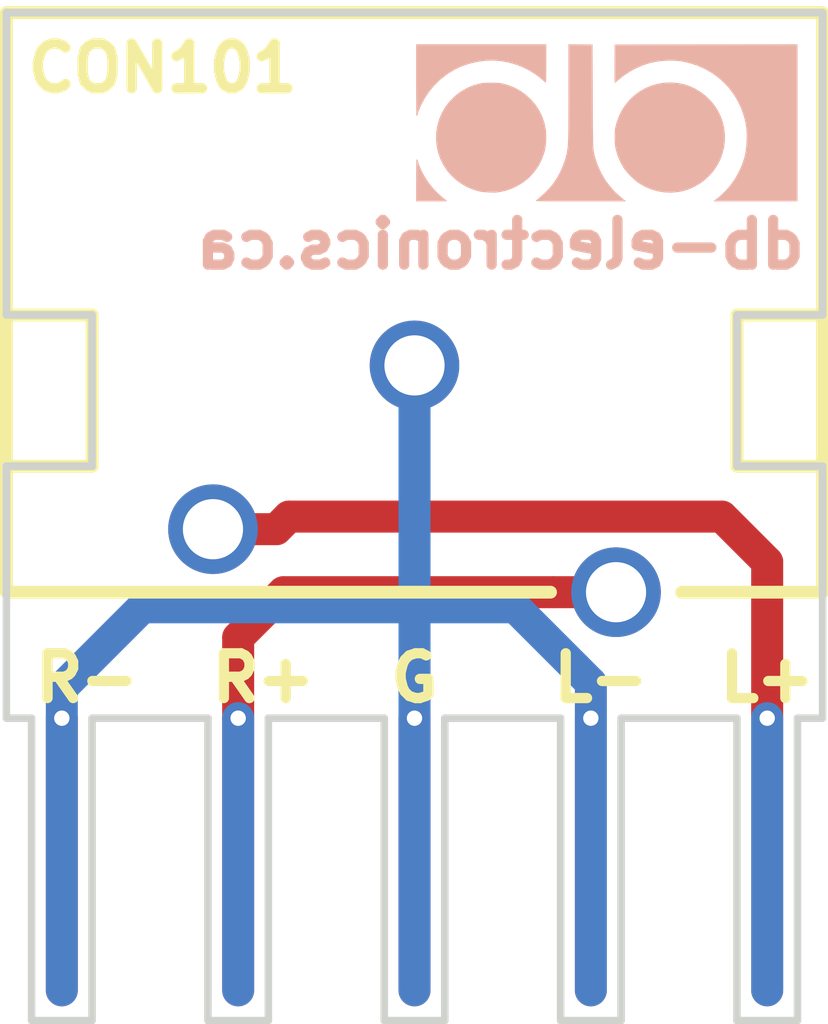
<source format=kicad_pcb>
(kicad_pcb (version 4) (host pcbnew 4.0.7-e2-6376~58~ubuntu16.04.1)

  (general
    (links 0)
    (no_connects 0)
    (area 131.295199 104.0983 148.104801 127.375001)
    (thickness 1.6)
    (drawings 40)
    (tracks 36)
    (zones 0)
    (modules 2)
    (nets 4)
  )

  (page A4)
  (title_block
    (title "Phoenix Connector Audio Adapter")
    (date 2018-03-30)
    (rev 0.1)
    (company "db Electronics")
    (comment 1 "Licensed Under The CERN OHL v.1.2")
    (comment 2 https://github.com/db-electronics/phoenix-audio-adapter-kicad)
  )

  (layers
    (0 F.Cu signal)
    (31 B.Cu signal)
    (32 B.Adhes user)
    (33 F.Adhes user)
    (34 B.Paste user)
    (35 F.Paste user)
    (36 B.SilkS user)
    (37 F.SilkS user)
    (38 B.Mask user)
    (39 F.Mask user)
    (40 Dwgs.User user)
    (41 Cmts.User user)
    (42 Eco1.User user)
    (43 Eco2.User user)
    (44 Edge.Cuts user)
    (45 Margin user)
    (46 B.CrtYd user)
    (47 F.CrtYd user)
    (48 B.Fab user)
    (49 F.Fab user)
  )

  (setup
    (last_trace_width 0.635)
    (trace_clearance 0.1778)
    (zone_clearance 0.508)
    (zone_45_only no)
    (trace_min 0.1778)
    (segment_width 0.2)
    (edge_width 0.15)
    (via_size 0.6096)
    (via_drill 0.3048)
    (via_min_size 0.6096)
    (via_min_drill 0.3048)
    (uvia_size 0.3)
    (uvia_drill 0.1)
    (uvias_allowed no)
    (uvia_min_size 0)
    (uvia_min_drill 0)
    (pcb_text_width 0.3)
    (pcb_text_size 1.5 1.5)
    (mod_edge_width 0.15)
    (mod_text_size 1 1)
    (mod_text_width 0.15)
    (pad_size 1.524 1.524)
    (pad_drill 0.762)
    (pad_to_mask_clearance 0.2)
    (aux_axis_origin 0 0)
    (grid_origin 139.7 114.3)
    (visible_elements FFFFFF7F)
    (pcbplotparams
      (layerselection 0x010f0_80000001)
      (usegerberextensions true)
      (excludeedgelayer true)
      (linewidth 0.100000)
      (plotframeref false)
      (viasonmask false)
      (mode 1)
      (useauxorigin true)
      (hpglpennumber 1)
      (hpglpenspeed 20)
      (hpglpendiameter 15)
      (hpglpenoverlay 2)
      (psnegative false)
      (psa4output false)
      (plotreference true)
      (plotvalue true)
      (plotinvisibletext false)
      (padsonsilk false)
      (subtractmaskfromsilk false)
      (outputformat 1)
      (mirror false)
      (drillshape 0)
      (scaleselection 1)
      (outputdirectory gerbers/0.1/))
  )

  (net 0 "")
  (net 1 GND)
  (net 2 /LEFT)
  (net 3 /RIGHT)

  (net_class Default "This is the default net class."
    (clearance 0.1778)
    (trace_width 0.635)
    (via_dia 0.6096)
    (via_drill 0.3048)
    (uvia_dia 0.3)
    (uvia_drill 0.1)
    (add_net /LEFT)
    (add_net /RIGHT)
    (add_net GND)
  )

  (module db-thparts:RCJ-2223 (layer F.Cu) (tedit 5ABD818D) (tstamp 5ABE594A)
    (at 139.7 107.3)
    (path /5ABE576C)
    (solder_mask_margin 0.1016)
    (fp_text reference CON101 (at -5 1.1) (layer F.SilkS)
      (effects (font (size 0.889 0.889) (thickness 0.2032)))
    )
    (fp_text value RCJ-2223 (at -4.6 -2.3) (layer F.Fab) hide
      (effects (font (size 0.889 0.889) (thickness 0.2032)))
    )
    (fp_line (start 8.1 11.5) (end 5.3 11.5) (layer F.SilkS) (width 0.254))
    (fp_line (start -8.1 11.5) (end 2.7 11.5) (layer F.SilkS) (width 0.254))
    (fp_line (start -6.4 6) (end -6.4 9) (layer F.SilkS) (width 0.254))
    (fp_line (start 6.4 6) (end 6.4 9) (layer F.SilkS) (width 0.254))
    (fp_line (start 8.1 9) (end 6.4 9) (layer F.SilkS) (width 0.254))
    (fp_line (start 8.1 6) (end 6.4 6) (layer F.SilkS) (width 0.254))
    (fp_line (start -8.1 9) (end -6.4 9) (layer F.SilkS) (width 0.254))
    (fp_line (start -8.1 6) (end -6.4 6) (layer F.SilkS) (width 0.254))
    (fp_line (start 8.1 0) (end 8.1 11.5) (layer F.SilkS) (width 0.254))
    (fp_line (start -8.1 0) (end -8.1 11.5) (layer F.SilkS) (width 0.254))
    (fp_line (start -8.1 0) (end 8.1 0) (layer F.SilkS) (width 0.254))
    (pad 1 thru_hole circle (at 0 7) (size 1.778 1.778) (drill 1.1938) (layers *.Cu *.Mask)
      (net 1 GND))
    (pad 2 thru_hole circle (at -4 10.25) (size 1.778 1.778) (drill 1.1938) (layers *.Cu *.Mask)
      (net 2 /LEFT))
    (pad 3 thru_hole circle (at 4 11.5) (size 1.778 1.778) (drill 1.1938) (layers *.Cu *.Mask)
      (net 3 /RIGHT))
  )

  (module db-artwork:db-logo_7.5mm (layer B.Cu) (tedit 0) (tstamp 5ABE6264)
    (at 143.5 109.5 180)
    (fp_text reference G*** (at 0 0 180) (layer B.SilkS) hide
      (effects (font (thickness 0.3)) (justify mirror))
    )
    (fp_text value LOGO (at 0.75 0 180) (layer B.SilkS) hide
      (effects (font (thickness 0.3)) (justify mirror))
    )
    (fp_poly (pts (xy -1.986796 1.564919) (xy -0.176508 1.562746) (xy -0.174265 1.186051) (xy -0.173907 1.107381)
      (xy -0.173788 1.03428) (xy -0.173895 0.968491) (xy -0.174215 0.911756) (xy -0.174736 0.865819)
      (xy -0.175445 0.832421) (xy -0.176328 0.813307) (xy -0.177028 0.809356) (xy -0.185216 0.814732)
      (xy -0.203022 0.829151) (xy -0.227343 0.85005) (xy -0.24158 0.862669) (xy -0.352584 0.951996)
      (xy -0.475603 1.032899) (xy -0.606747 1.103299) (xy -0.742125 1.161115) (xy -0.877849 1.204268)
      (xy -0.882823 1.205555) (xy -0.990833 1.228202) (xy -1.10705 1.243532) (xy -1.226221 1.251272)
      (xy -1.343089 1.251153) (xy -1.452401 1.242903) (xy -1.493864 1.237099) (xy -1.65457 1.202771)
      (xy -1.808228 1.15337) (xy -1.954018 1.089643) (xy -2.091116 1.012333) (xy -2.218701 0.922187)
      (xy -2.335951 0.81995) (xy -2.442044 0.706368) (xy -2.536157 0.582185) (xy -2.61747 0.448147)
      (xy -2.685159 0.305) (xy -2.738403 0.153489) (xy -2.754695 0.093804) (xy -2.772386 0.01705)
      (xy -2.784965 -0.054519) (xy -2.792918 -0.125906) (xy -2.796734 -0.202111) (xy -2.796902 -0.288136)
      (xy -2.795977 -0.329263) (xy -2.788278 -0.45976) (xy -2.772206 -0.579069) (xy -2.746659 -0.691611)
      (xy -2.710534 -0.801809) (xy -2.662729 -0.914085) (xy -2.637043 -0.9666) (xy -2.560425 -1.102283)
      (xy -2.473934 -1.22547) (xy -2.375576 -1.338595) (xy -2.263359 -1.444092) (xy -2.210097 -1.487916)
      (xy -2.142804 -1.54122) (xy -3.797084 -1.54122) (xy -3.797084 1.567091) (xy -1.986796 1.564919)) (layer B.SilkS) (width 0.01))
    (fp_poly (pts (xy 0.740475 0.616678) (xy 0.7405 0.459865) (xy 0.740597 0.319208) (xy 0.740797 0.193639)
      (xy 0.741131 0.082094) (xy 0.74163 -0.016493) (xy 0.742326 -0.103187) (xy 0.74325 -0.179054)
      (xy 0.744434 -0.245159) (xy 0.745909 -0.302569) (xy 0.747705 -0.352348) (xy 0.749855 -0.395562)
      (xy 0.75239 -0.433277) (xy 0.75534 -0.466558) (xy 0.758738 -0.496471) (xy 0.762615 -0.524081)
      (xy 0.767001 -0.550454) (xy 0.771929 -0.576655) (xy 0.776162 -0.597626) (xy 0.808071 -0.720723)
      (xy 0.852772 -0.846031) (xy 0.908262 -0.969321) (xy 0.972537 -1.086363) (xy 1.043594 -1.192926)
      (xy 1.080616 -1.240442) (xy 1.116159 -1.281047) (xy 1.160259 -1.327628) (xy 1.208455 -1.375771)
      (xy 1.256285 -1.421063) (xy 1.29929 -1.459091) (xy 1.313051 -1.47041) (xy 1.341611 -1.4934)
      (xy 1.366071 -1.513323) (xy 1.382514 -1.52698) (xy 1.38593 -1.529937) (xy 1.385551 -1.53179)
      (xy 1.379458 -1.533437) (xy 1.366783 -1.53489) (xy 1.346657 -1.53616) (xy 1.318214 -1.537257)
      (xy 1.280584 -1.538193) (xy 1.232901 -1.53898) (xy 1.174296 -1.539627) (xy 1.103902 -1.540147)
      (xy 1.020851 -1.54055) (xy 0.924275 -1.540847) (xy 0.813306 -1.541051) (xy 0.687076 -1.54117)
      (xy 0.544718 -1.541218) (xy 0.505252 -1.54122) (xy -0.388034 -1.54122) (xy -0.30236 -1.472307)
      (xy -0.182755 -1.365154) (xy -0.075264 -1.246242) (xy 0.019268 -1.11683) (xy 0.099995 -0.978182)
      (xy 0.166073 -0.831558) (xy 0.206973 -0.712218) (xy 0.214978 -0.685563) (xy 0.222158 -0.661645)
      (xy 0.228563 -0.639433) (xy 0.23424 -0.6179) (xy 0.239239 -0.596016) (xy 0.243608 -0.572753)
      (xy 0.247397 -0.547081) (xy 0.250655 -0.517972) (xy 0.25343 -0.484396) (xy 0.255772 -0.445326)
      (xy 0.257728 -0.399731) (xy 0.259349 -0.346584) (xy 0.260682 -0.284854) (xy 0.261777 -0.213514)
      (xy 0.262683 -0.131535) (xy 0.263449 -0.037887) (xy 0.264123 0.068458) (xy 0.264754 0.18853)
      (xy 0.265392 0.323356) (xy 0.266084 0.473967) (xy 0.266384 0.538136) (xy 0.271221 1.562746)
      (xy 0.740475 1.567328) (xy 0.740475 0.616678)) (layer B.SilkS) (width 0.01))
    (fp_poly (pts (xy 3.757476 -0.723184) (xy 3.75868 -0.747021) (xy 3.759771 -0.784754) (xy 3.760725 -0.83472)
      (xy 3.761516 -0.895257) (xy 3.762116 -0.964701) (xy 3.762501 -1.041391) (xy 3.762644 -1.123665)
      (xy 3.762644 -1.54122) (xy 3.461288 -1.54122) (xy 3.391189 -1.54114) (xy 3.326865 -1.540912)
      (xy 3.270265 -1.540556) (xy 3.223337 -1.54009) (xy 3.188029 -1.539532) (xy 3.166291 -1.538903)
      (xy 3.159932 -1.538308) (xy 3.166291 -1.532168) (xy 3.183456 -1.517898) (xy 3.208563 -1.497837)
      (xy 3.229703 -1.481314) (xy 3.334247 -1.391147) (xy 3.432199 -1.288664) (xy 3.521537 -1.176688)
      (xy 3.600238 -1.058041) (xy 3.666277 -0.935547) (xy 3.717631 -0.812028) (xy 3.725048 -0.790243)
      (xy 3.736507 -0.757352) (xy 3.746667 -0.731724) (xy 3.754013 -0.717018) (xy 3.756187 -0.714904)
      (xy 3.757476 -0.723184)) (layer B.SilkS) (width 0.01))
    (fp_poly (pts (xy -1.147395 0.803944) (xy -1.020205 0.782443) (xy -0.897654 0.746492) (xy -0.780832 0.696782)
      (xy -0.670831 0.634005) (xy -0.56874 0.558852) (xy -0.475652 0.472016) (xy -0.392656 0.374189)
      (xy -0.320845 0.266062) (xy -0.261308 0.148327) (xy -0.215136 0.021676) (xy -0.188455 -0.086102)
      (xy -0.182362 -0.13053) (xy -0.178566 -0.187235) (xy -0.177015 -0.251434) (xy -0.177657 -0.318343)
      (xy -0.180439 -0.38318) (xy -0.185309 -0.441163) (xy -0.192214 -0.487508) (xy -0.192898 -0.49078)
      (xy -0.230777 -0.62666) (xy -0.284347 -0.756275) (xy -0.352935 -0.878037) (xy -0.36443 -0.895457)
      (xy -0.399661 -0.942287) (xy -0.445164 -0.994664) (xy -0.496947 -1.048609) (xy -0.551017 -1.100139)
      (xy -0.603383 -1.145274) (xy -0.649266 -1.179508) (xy -0.766511 -1.247912) (xy -0.890454 -1.301484)
      (xy -1.019236 -1.339805) (xy -1.150999 -1.362455) (xy -1.283886 -1.369016) (xy -1.416038 -1.359067)
      (xy -1.433593 -1.356457) (xy -1.527842 -1.337717) (xy -1.616207 -1.311364) (xy -1.705811 -1.27512)
      (xy -1.743559 -1.257361) (xy -1.861062 -1.191109) (xy -1.966944 -1.113195) (xy -2.06088 -1.024901)
      (xy -2.142546 -0.92751) (xy -2.211615 -0.822307) (xy -2.267763 -0.710574) (xy -2.310665 -0.593594)
      (xy -2.339995 -0.472652) (xy -2.355429 -0.34903) (xy -2.356642 -0.224011) (xy -2.343307 -0.098879)
      (xy -2.315102 0.025082) (xy -2.271699 0.14659) (xy -2.212774 0.264362) (xy -2.15259 0.357322)
      (xy -2.071526 0.456049) (xy -1.977971 0.545643) (xy -1.874347 0.624438) (xy -1.763075 0.690769)
      (xy -1.646575 0.74297) (xy -1.545889 0.774822) (xy -1.411328 0.800825) (xy -1.278133 0.810302)
      (xy -1.147395 0.803944)) (layer B.SilkS) (width 0.01))
    (fp_poly (pts (xy 2.33831 0.804099) (xy 2.385779 0.803057) (xy 2.423564 0.800999) (xy 2.455428 0.797611)
      (xy 2.485139 0.792582) (xy 2.516461 0.785597) (xy 2.52278 0.784054) (xy 2.606119 0.761042)
      (xy 2.680428 0.734613) (xy 2.753896 0.701673) (xy 2.791455 0.682542) (xy 2.90587 0.612843)
      (xy 3.009759 0.530206) (xy 3.102247 0.435955) (xy 3.182458 0.331417) (xy 3.249516 0.217916)
      (xy 3.302545 0.096777) (xy 3.340668 -0.030675) (xy 3.363011 -0.163115) (xy 3.365099 -0.185118)
      (xy 3.368258 -0.320962) (xy 3.355016 -0.454169) (xy 3.326002 -0.583426) (xy 3.281845 -0.70742)
      (xy 3.223172 -0.824839) (xy 3.150614 -0.934368) (xy 3.064798 -1.034696) (xy 2.966353 -1.124508)
      (xy 2.887925 -1.181978) (xy 2.779906 -1.246609) (xy 2.670798 -1.2966) (xy 2.555594 -1.33408)
      (xy 2.496949 -1.34819) (xy 2.466507 -1.353062) (xy 2.424391 -1.357498) (xy 2.374767 -1.3613)
      (xy 2.321796 -1.364271) (xy 2.269642 -1.366212) (xy 2.222469 -1.366927) (xy 2.184439 -1.366217)
      (xy 2.161153 -1.364143) (xy 2.141777 -1.36095) (xy 2.111964 -1.356122) (xy 2.079356 -1.350894)
      (xy 1.970166 -1.325786) (xy 1.859608 -1.285879) (xy 1.751068 -1.232923) (xy 1.647934 -1.168669)
      (xy 1.553592 -1.09487) (xy 1.514948 -1.059051) (xy 1.423124 -0.957671) (xy 1.345994 -0.847684)
      (xy 1.283241 -0.728526) (xy 1.234549 -0.599636) (xy 1.21385 -0.52522) (xy 1.2036 -0.471039)
      (xy 1.19591 -0.405212) (xy 1.191017 -0.33316) (xy 1.189164 -0.260301) (xy 1.190588 -0.192053)
      (xy 1.195531 -0.133836) (xy 1.196277 -0.128432) (xy 1.22421 0.007295) (xy 1.267609 0.135709)
      (xy 1.326232 0.256317) (xy 1.39984 0.36863) (xy 1.488194 0.472158) (xy 1.491585 0.475651)
      (xy 1.590058 0.566497) (xy 1.694215 0.642198) (xy 1.806183 0.703977) (xy 1.928086 0.753058)
      (xy 2.021437 0.780767) (xy 2.05554 0.789271) (xy 2.084829 0.795478) (xy 2.113116 0.799743)
      (xy 2.144211 0.802416) (xy 2.181926 0.80385) (xy 2.230072 0.804398) (xy 2.27739 0.804436)
      (xy 2.33831 0.804099)) (layer B.SilkS) (width 0.01))
    (fp_poly (pts (xy 3.762644 0.861017) (xy 3.76259 0.75242) (xy 3.762432 0.648923) (xy 3.762179 0.551799)
      (xy 3.76184 0.46232) (xy 3.761421 0.38176) (xy 3.760933 0.311391) (xy 3.760382 0.252488)
      (xy 3.759777 0.206321) (xy 3.759127 0.174166) (xy 3.75844 0.157294) (xy 3.758069 0.154983)
      (xy 3.751478 0.161684) (xy 3.74971 0.165746) (xy 3.729331 0.223164) (xy 3.712993 0.267768)
      (xy 3.699328 0.303094) (xy 3.686967 0.332677) (xy 3.674541 0.360051) (xy 3.674284 0.360597)
      (xy 3.600053 0.499959) (xy 3.513126 0.630689) (xy 3.415096 0.750687) (xy 3.307559 0.857854)
      (xy 3.27617 0.8851) (xy 3.14623 0.984204) (xy 3.010591 1.067462) (xy 2.868441 1.135205)
      (xy 2.718971 1.187765) (xy 2.561371 1.225474) (xy 2.394833 1.248665) (xy 2.388262 1.24927)
      (xy 2.245841 1.253965) (xy 2.099867 1.243272) (xy 1.952947 1.21788) (xy 1.80769 1.178481)
      (xy 1.666705 1.125765) (xy 1.5326 1.060423) (xy 1.423418 0.993749) (xy 1.384032 0.966022)
      (xy 1.341373 0.93422) (xy 1.299335 0.901413) (xy 1.26181 0.870674) (xy 1.232692 0.845076)
      (xy 1.222644 0.835311) (xy 1.214471 0.826791) (xy 1.207703 0.820488) (xy 1.202207 0.817753)
      (xy 1.197852 0.819936) (xy 1.194506 0.828389) (xy 1.192035 0.844463) (xy 1.190308 0.869508)
      (xy 1.189193 0.904874) (xy 1.188557 0.951915) (xy 1.188268 1.011979) (xy 1.188195 1.086417)
      (xy 1.188203 1.176582) (xy 1.188204 1.187149) (xy 1.188204 1.567051) (xy 3.762644 1.567051)
      (xy 3.762644 0.861017)) (layer B.SilkS) (width 0.01))
  )

  (gr_text db-electronics.ca (at 141.4 111.9) (layer B.SilkS) (tstamp 5ABE627E)
    (effects (font (size 0.889 0.889) (thickness 0.2032)) (justify mirror))
  )
  (gr_text L+ (at 146.7 120.5) (layer F.SilkS) (tstamp 5ABE5D7B)
    (effects (font (size 0.889 0.889) (thickness 0.2032)))
  )
  (gr_text L- (at 143.4 120.5) (layer F.SilkS) (tstamp 5ABE5D6D)
    (effects (font (size 0.889 0.889) (thickness 0.2032)))
  )
  (gr_text G (at 139.7 120.5) (layer F.SilkS) (tstamp 5ABE5D60)
    (effects (font (size 0.889 0.889) (thickness 0.2032)))
  )
  (gr_text R+ (at 136.7 120.5) (layer F.SilkS) (tstamp 5ABE5D50)
    (effects (font (size 0.889 0.889) (thickness 0.2032)))
  )
  (gr_text R- (at 133.2 120.5) (layer F.SilkS)
    (effects (font (size 0.889 0.889) (thickness 0.2032)))
  )
  (gr_line (start 147.3 121.3) (end 147.8 121.3) (layer Edge.Cuts) (width 0.15))
  (gr_line (start 143.8 121.3) (end 146.1 121.3) (layer Edge.Cuts) (width 0.15))
  (gr_line (start 140.3 121.3) (end 142.6 121.3) (layer Edge.Cuts) (width 0.15))
  (gr_line (start 136.8 121.3) (end 139.1 121.3) (layer Edge.Cuts) (width 0.15))
  (gr_line (start 133.3 121.3) (end 135.6 121.3) (layer Edge.Cuts) (width 0.15))
  (gr_line (start 131.6 121.3) (end 132.1 121.3) (layer Edge.Cuts) (width 0.15))
  (gr_line (start 142.6 127.3) (end 143.8 127.3) (layer Edge.Cuts) (width 0.15) (tstamp 5ABE5C7D))
  (gr_line (start 143.8 127.3) (end 143.8 121.3) (layer Edge.Cuts) (width 0.15) (tstamp 5ABE5C7C))
  (gr_line (start 147.3 127.3) (end 147.3 121.3) (layer Edge.Cuts) (width 0.15) (tstamp 5ABE5C7B))
  (gr_line (start 146.1 121.3) (end 146.1 127.3) (layer Edge.Cuts) (width 0.15) (tstamp 5ABE5C7A))
  (gr_line (start 146.1 127.3) (end 147.3 127.3) (layer Edge.Cuts) (width 0.15) (tstamp 5ABE5C79))
  (gr_line (start 142.6 121.3) (end 142.6 127.3) (layer Edge.Cuts) (width 0.15) (tstamp 5ABE5C78))
  (gr_line (start 133.3 127.3) (end 133.3 121.3) (layer Edge.Cuts) (width 0.15) (tstamp 5ABE5B1F))
  (gr_line (start 132.1 127.3) (end 133.3 127.3) (layer Edge.Cuts) (width 0.15) (tstamp 5ABE5B1E))
  (gr_line (start 132.1 121.3) (end 132.1 127.3) (layer Edge.Cuts) (width 0.15) (tstamp 5ABE5B1D))
  (gr_line (start 136.8 127.3) (end 136.8 121.3) (layer Edge.Cuts) (width 0.15) (tstamp 5ABE5B0C))
  (gr_line (start 135.6 127.3) (end 136.8 127.3) (layer Edge.Cuts) (width 0.15) (tstamp 5ABE5B0B))
  (gr_line (start 135.6 121.3) (end 135.6 127.3) (layer Edge.Cuts) (width 0.15) (tstamp 5ABE5B0A))
  (gr_line (start 140.3 127.3) (end 140.3 121.3) (layer Edge.Cuts) (width 0.15))
  (gr_line (start 139.1 127.3) (end 140.3 127.3) (layer Edge.Cuts) (width 0.15))
  (gr_line (start 139.1 121.3) (end 139.1 127.3) (layer Edge.Cuts) (width 0.15))
  (gr_line (start 147.8 118.8) (end 147.8 121.3) (layer Edge.Cuts) (width 0.15))
  (gr_line (start 147.8 116.3) (end 147.8 118.8) (layer Edge.Cuts) (width 0.15))
  (gr_line (start 146.1 116.3) (end 147.8 116.3) (layer Edge.Cuts) (width 0.15))
  (gr_line (start 146.1 113.3) (end 146.1 116.3) (layer Edge.Cuts) (width 0.15))
  (gr_line (start 147.8 113.3) (end 146.1 113.3) (layer Edge.Cuts) (width 0.15))
  (gr_line (start 147.8 107.3) (end 147.8 113.3) (layer Edge.Cuts) (width 0.15))
  (gr_line (start 131.6 107.3) (end 147.8 107.3) (layer Edge.Cuts) (width 0.15))
  (gr_line (start 131.6 118.8) (end 131.6 121.3) (layer Edge.Cuts) (width 0.15))
  (gr_line (start 131.6 116.3) (end 131.6 118.8) (layer Edge.Cuts) (width 0.15))
  (gr_line (start 133.3 116.3) (end 131.6 116.3) (layer Edge.Cuts) (width 0.15))
  (gr_line (start 133.3 113.3) (end 133.3 116.3) (layer Edge.Cuts) (width 0.15))
  (gr_line (start 131.6 113.3) (end 133.3 113.3) (layer Edge.Cuts) (width 0.15))
  (gr_line (start 131.6 107.3) (end 131.6 113.3) (layer Edge.Cuts) (width 0.15))

  (segment (start 143.2 121.3) (end 143.2 126.7) (width 0.635) (layer F.Cu) (net 1))
  (segment (start 143.2 121.3) (end 143.2 126.7) (width 0.635) (layer B.Cu) (net 1))
  (segment (start 143.2 120.6) (end 143.2 121.3) (width 0.635) (layer B.Cu) (net 1))
  (via (at 143.2 121.3) (size 0.6096) (drill 0.3048) (layers F.Cu B.Cu) (net 1))
  (segment (start 139.7 121.3) (end 139.7 126.7) (width 0.635) (layer F.Cu) (net 1))
  (segment (start 139.7 121.3) (end 139.7 126.7) (width 0.635) (layer B.Cu) (net 1))
  (segment (start 139.7 120.3) (end 139.7 121.3) (width 0.635) (layer B.Cu) (net 1))
  (via (at 139.7 121.3) (size 0.6096) (drill 0.3048) (layers F.Cu B.Cu) (net 1))
  (segment (start 132.7 121.3) (end 132.7 126.7) (width 0.635) (layer F.Cu) (net 1))
  (segment (start 132.7 121.3) (end 132.7 126.7) (width 0.635) (layer B.Cu) (net 1))
  (segment (start 132.7 120.7) (end 132.7 121.3) (width 0.635) (layer B.Cu) (net 1))
  (via (at 132.7 121.3) (size 0.6096) (drill 0.3048) (layers F.Cu B.Cu) (net 1))
  (segment (start 142.9 120.3) (end 141.7 119.1) (width 0.635) (layer B.Cu) (net 1))
  (segment (start 141.7 119.1) (end 139.7 119.1) (width 0.635) (layer B.Cu) (net 1))
  (segment (start 139.7 114.3) (end 139.7 119.1) (width 0.635) (layer B.Cu) (net 1))
  (segment (start 139.7 119.1) (end 139.7 120.3) (width 0.635) (layer B.Cu) (net 1))
  (segment (start 133.1 120.3) (end 134.3 119.1) (width 0.635) (layer B.Cu) (net 1))
  (segment (start 134.3 119.1) (end 139.7 119.1) (width 0.635) (layer B.Cu) (net 1))
  (segment (start 133.1 120.3) (end 132.7 120.7) (width 0.635) (layer B.Cu) (net 1))
  (segment (start 142.9 120.3) (end 143.2 120.6) (width 0.635) (layer B.Cu) (net 1))
  (segment (start 135.7 117.55) (end 136.957235 117.55) (width 0.635) (layer F.Cu) (net 2))
  (segment (start 136.957235 117.55) (end 137.207235 117.3) (width 0.635) (layer F.Cu) (net 2))
  (segment (start 146.7 118.2) (end 146.7 119.751234) (width 0.635) (layer F.Cu) (net 2))
  (segment (start 137.207235 117.3) (end 145.8 117.3) (width 0.635) (layer F.Cu) (net 2))
  (segment (start 145.8 117.3) (end 146.7 118.2) (width 0.635) (layer F.Cu) (net 2))
  (segment (start 146.7 119.751234) (end 146.7 121.3) (width 0.635) (layer F.Cu) (net 2))
  (segment (start 146.7 121.3) (end 146.7 126.7) (width 0.635) (layer B.Cu) (net 2))
  (segment (start 146.7 126.7) (end 146.7 121.3) (width 0.635) (layer F.Cu) (net 2))
  (via (at 146.7 121.3) (size 0.6096) (drill 0.3048) (layers F.Cu B.Cu) (net 2))
  (segment (start 136.2 121.3) (end 136.2 126.7) (width 0.635) (layer B.Cu) (net 3))
  (segment (start 136.2 121.3) (end 136.2 126.7) (width 0.635) (layer F.Cu) (net 3))
  (segment (start 136.2 119.7) (end 136.2 121.3) (width 0.635) (layer F.Cu) (net 3))
  (via (at 136.2 121.3) (size 0.6096) (drill 0.3048) (layers F.Cu B.Cu) (net 3))
  (segment (start 137.1 118.8) (end 136.2 119.7) (width 0.635) (layer F.Cu) (net 3))
  (segment (start 142.442765 118.8) (end 137.1 118.8) (width 0.635) (layer F.Cu) (net 3))
  (segment (start 143.7 118.8) (end 142.442765 118.8) (width 0.635) (layer F.Cu) (net 3))

  (zone (net 0) (net_name "") (layer F.Mask) (tstamp 0) (hatch edge 0.508)
    (connect_pads (clearance 0.508))
    (min_thickness 0.254)
    (fill yes (arc_segments 16) (thermal_gap 0.508) (thermal_bridge_width 0.508))
    (polygon
      (pts
        (xy 132.1 122.3) (xy 132.1 127.3) (xy 133.3 127.3) (xy 133.3 122.3)
      )
    )
    (filled_polygon
      (pts
        (xy 133.173 127.173) (xy 132.227 127.173) (xy 132.227 122.427) (xy 133.173 122.427)
      )
    )
  )
  (zone (net 0) (net_name "") (layer F.Mask) (tstamp 0) (hatch edge 0.508)
    (connect_pads (clearance 0.508))
    (min_thickness 0.254)
    (fill yes (arc_segments 16) (thermal_gap 0.508) (thermal_bridge_width 0.508))
    (polygon
      (pts
        (xy 135.6 122.3) (xy 135.6 127.3) (xy 136.8 127.3) (xy 136.8 122.3)
      )
    )
    (filled_polygon
      (pts
        (xy 136.673 127.173) (xy 135.727 127.173) (xy 135.727 122.427) (xy 136.673 122.427)
      )
    )
  )
  (zone (net 0) (net_name "") (layer F.Mask) (tstamp 0) (hatch edge 0.508)
    (connect_pads (clearance 0.508))
    (min_thickness 0.254)
    (fill yes (arc_segments 16) (thermal_gap 0.508) (thermal_bridge_width 0.508))
    (polygon
      (pts
        (xy 139.1 122.3) (xy 139.1 127.3) (xy 140.3 127.3) (xy 140.3 122.3)
      )
    )
    (filled_polygon
      (pts
        (xy 140.173 127.173) (xy 139.227 127.173) (xy 139.227 122.427) (xy 140.173 122.427)
      )
    )
  )
  (zone (net 0) (net_name "") (layer F.Mask) (tstamp 0) (hatch edge 0.508)
    (connect_pads (clearance 0.508))
    (min_thickness 0.254)
    (fill yes (arc_segments 16) (thermal_gap 0.508) (thermal_bridge_width 0.508))
    (polygon
      (pts
        (xy 142.6 122.3) (xy 142.6 127.3) (xy 143.8 127.3) (xy 143.8 122.3)
      )
    )
    (filled_polygon
      (pts
        (xy 143.673 127.173) (xy 142.727 127.173) (xy 142.727 122.427) (xy 143.673 122.427)
      )
    )
  )
  (zone (net 0) (net_name "") (layer F.Mask) (tstamp 0) (hatch edge 0.508)
    (connect_pads (clearance 0.508))
    (min_thickness 0.254)
    (fill yes (arc_segments 16) (thermal_gap 0.508) (thermal_bridge_width 0.508))
    (polygon
      (pts
        (xy 146.1 122.3) (xy 146.1 127.3) (xy 147.3 127.3) (xy 147.3 122.3)
      )
    )
    (filled_polygon
      (pts
        (xy 147.173 127.173) (xy 146.227 127.173) (xy 146.227 122.427) (xy 147.173 122.427)
      )
    )
  )
  (zone (net 0) (net_name "") (layer B.Mask) (tstamp 0) (hatch edge 0.508)
    (connect_pads (clearance 0.508))
    (min_thickness 0.254)
    (fill yes (arc_segments 16) (thermal_gap 0.508) (thermal_bridge_width 0.508))
    (polygon
      (pts
        (xy 132.1 122.3) (xy 132.1 127.3) (xy 133.3 127.3) (xy 133.3 122.3)
      )
    )
    (filled_polygon
      (pts
        (xy 133.173 127.173) (xy 132.227 127.173) (xy 132.227 122.427) (xy 133.173 122.427)
      )
    )
  )
  (zone (net 0) (net_name "") (layer B.Mask) (tstamp 0) (hatch edge 0.508)
    (connect_pads (clearance 0.508))
    (min_thickness 0.254)
    (fill yes (arc_segments 16) (thermal_gap 0.508) (thermal_bridge_width 0.508))
    (polygon
      (pts
        (xy 135.6 122.3) (xy 135.6 127.3) (xy 136.8 127.3) (xy 136.8 122.3)
      )
    )
    (filled_polygon
      (pts
        (xy 136.673 127.173) (xy 135.727 127.173) (xy 135.727 122.427) (xy 136.673 122.427)
      )
    )
  )
  (zone (net 0) (net_name "") (layer B.Mask) (tstamp 0) (hatch edge 0.508)
    (connect_pads (clearance 0.508))
    (min_thickness 0.254)
    (fill yes (arc_segments 16) (thermal_gap 0.508) (thermal_bridge_width 0.508))
    (polygon
      (pts
        (xy 139.1 122.3) (xy 139.1 127.3) (xy 140.3 127.3) (xy 140.3 122.3)
      )
    )
    (filled_polygon
      (pts
        (xy 140.173 127.173) (xy 139.227 127.173) (xy 139.227 122.427) (xy 140.173 122.427)
      )
    )
  )
  (zone (net 0) (net_name "") (layer B.Mask) (tstamp 0) (hatch edge 0.508)
    (connect_pads (clearance 0.508))
    (min_thickness 0.254)
    (fill yes (arc_segments 16) (thermal_gap 0.508) (thermal_bridge_width 0.508))
    (polygon
      (pts
        (xy 142.6 122.3) (xy 142.6 127.3) (xy 143.8 127.3) (xy 143.8 122.3)
      )
    )
    (filled_polygon
      (pts
        (xy 143.673 127.173) (xy 142.727 127.173) (xy 142.727 122.427) (xy 143.673 122.427)
      )
    )
  )
  (zone (net 0) (net_name "") (layer B.Mask) (tstamp 0) (hatch edge 0.508)
    (connect_pads (clearance 0.508))
    (min_thickness 0.254)
    (fill yes (arc_segments 16) (thermal_gap 0.508) (thermal_bridge_width 0.508))
    (polygon
      (pts
        (xy 146.1 122.3) (xy 146.1 127.3) (xy 147.3 127.3) (xy 147.3 122.3)
      )
    )
    (filled_polygon
      (pts
        (xy 147.173 127.173) (xy 146.227 127.173) (xy 146.227 122.427) (xy 147.173 122.427)
      )
    )
  )
)

</source>
